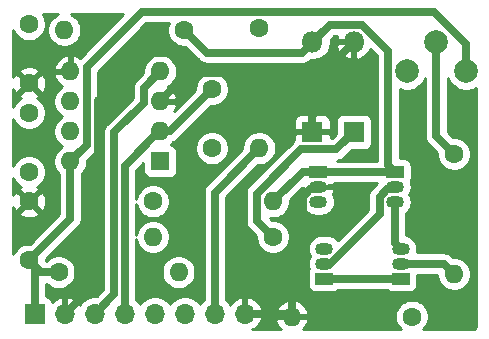
<source format=gbl>
%TF.GenerationSoftware,KiCad,Pcbnew,(5.1.8-0-10_14)*%
%TF.CreationDate,2021-06-26T19:26:30+01:00*%
%TF.ProjectId,serge-gain-cell,73657267-652d-4676-9169-6e2d63656c6c,rev?*%
%TF.SameCoordinates,Original*%
%TF.FileFunction,Copper,L2,Bot*%
%TF.FilePolarity,Positive*%
%FSLAX46Y46*%
G04 Gerber Fmt 4.6, Leading zero omitted, Abs format (unit mm)*
G04 Created by KiCad (PCBNEW (5.1.8-0-10_14)) date 2021-06-26 19:26:30*
%MOMM*%
%LPD*%
G01*
G04 APERTURE LIST*
%TA.AperFunction,ComponentPad*%
%ADD10C,1.600000*%
%TD*%
%TA.AperFunction,ComponentPad*%
%ADD11O,1.600000X1.600000*%
%TD*%
%TA.AperFunction,ComponentPad*%
%ADD12R,1.800000X1.800000*%
%TD*%
%TA.AperFunction,ComponentPad*%
%ADD13O,1.800000X1.800000*%
%TD*%
%TA.AperFunction,ComponentPad*%
%ADD14O,1.700000X1.700000*%
%TD*%
%TA.AperFunction,ComponentPad*%
%ADD15R,1.700000X1.700000*%
%TD*%
%TA.AperFunction,ComponentPad*%
%ADD16O,1.500000X1.050000*%
%TD*%
%TA.AperFunction,ComponentPad*%
%ADD17R,1.500000X1.050000*%
%TD*%
%TA.AperFunction,ComponentPad*%
%ADD18C,2.000000*%
%TD*%
%TA.AperFunction,ComponentPad*%
%ADD19R,1.600000X1.600000*%
%TD*%
%TA.AperFunction,ViaPad*%
%ADD20C,0.762000*%
%TD*%
%TA.AperFunction,Conductor*%
%ADD21C,0.635000*%
%TD*%
%TA.AperFunction,Conductor*%
%ADD22C,0.254000*%
%TD*%
%TA.AperFunction,Conductor*%
%ADD23C,0.100000*%
%TD*%
G04 APERTURE END LIST*
D10*
%TO.P,R7,1*%
%TO.N,Net-(Q2-Pad2)*%
X158410000Y-79750000D03*
D11*
%TO.P,R7,2*%
%TO.N,GNDREF*%
X148250000Y-79750000D03*
%TD*%
D10*
%TO.P,C1,1*%
%TO.N,Net-(C1-Pad1)*%
X141500000Y-65500000D03*
%TO.P,C1,2*%
%TO.N,/In*%
X141500000Y-60500000D03*
%TD*%
%TO.P,C2,2*%
%TO.N,/FB*%
X126000000Y-62500000D03*
%TO.P,C2,1*%
%TO.N,/Out*%
X126000000Y-67500000D03*
%TD*%
%TO.P,C3,1*%
%TO.N,GNDREF*%
X126000000Y-70000000D03*
%TO.P,C3,2*%
%TO.N,+12V*%
X126000000Y-75000000D03*
%TD*%
%TO.P,C4,2*%
%TO.N,GNDREF*%
X126000000Y-60000000D03*
%TO.P,C4,1*%
%TO.N,-12V*%
X126000000Y-55000000D03*
%TD*%
D12*
%TO.P,D1,1*%
%TO.N,Net-(D1-Pad1)*%
X153500000Y-64120000D03*
D13*
%TO.P,D1,2*%
%TO.N,GNDREF*%
X153500000Y-56500000D03*
%TD*%
%TO.P,D2,2*%
%TO.N,Net-(D2-Pad2)*%
X150000000Y-56500000D03*
D12*
%TO.P,D2,1*%
%TO.N,GNDREF*%
X150000000Y-64120000D03*
%TD*%
D14*
%TO.P,J1,8*%
%TO.N,GNDREF*%
X144280000Y-79500000D03*
%TO.P,J1,7*%
%TO.N,/CV*%
X141740000Y-79500000D03*
%TO.P,J1,6*%
%TO.N,/FB*%
X139200000Y-79500000D03*
%TO.P,J1,5*%
%TO.N,/Out*%
X136660000Y-79500000D03*
%TO.P,J1,4*%
%TO.N,/In*%
X134120000Y-79500000D03*
%TO.P,J1,3*%
%TO.N,-12V*%
X131580000Y-79500000D03*
%TO.P,J1,2*%
%TO.N,GNDREF*%
X129040000Y-79500000D03*
D15*
%TO.P,J1,1*%
%TO.N,+12V*%
X126500000Y-79500000D03*
%TD*%
D16*
%TO.P,Q3,2*%
%TO.N,GNDREF*%
X150500000Y-68770000D03*
%TO.P,Q3,3*%
%TO.N,/In*%
X150500000Y-70040000D03*
D17*
%TO.P,Q3,1*%
%TO.N,Net-(D2-Pad2)*%
X150500000Y-67500000D03*
%TD*%
D16*
%TO.P,Q1,2*%
%TO.N,Net-(Q1-Pad2)*%
X151000000Y-75270000D03*
%TO.P,Q1,3*%
%TO.N,/In*%
X151000000Y-74000000D03*
D17*
%TO.P,Q1,1*%
%TO.N,Net-(D1-Pad1)*%
X151000000Y-76540000D03*
%TD*%
D16*
%TO.P,Q4,2*%
%TO.N,Net-(Q1-Pad2)*%
X157000000Y-68770000D03*
%TO.P,Q4,3*%
%TO.N,/FB*%
X157000000Y-70040000D03*
D17*
%TO.P,Q4,1*%
%TO.N,Net-(D2-Pad2)*%
X157000000Y-67500000D03*
%TD*%
D16*
%TO.P,Q2,2*%
%TO.N,Net-(Q2-Pad2)*%
X157500000Y-75270000D03*
%TO.P,Q2,3*%
%TO.N,/FB*%
X157500000Y-74000000D03*
D17*
%TO.P,Q2,1*%
%TO.N,Net-(D1-Pad1)*%
X157500000Y-76540000D03*
%TD*%
D10*
%TO.P,R1,1*%
%TO.N,Net-(D1-Pad1)*%
X146660000Y-73000000D03*
D11*
%TO.P,R1,2*%
%TO.N,Net-(C1-Pad1)*%
X136500000Y-73000000D03*
%TD*%
%TO.P,R2,2*%
%TO.N,Net-(D2-Pad2)*%
X146660000Y-70000000D03*
D10*
%TO.P,R2,1*%
%TO.N,Net-(C1-Pad1)*%
X136500000Y-70000000D03*
%TD*%
%TO.P,R3,1*%
%TO.N,+12V*%
X128500000Y-76000000D03*
D11*
%TO.P,R3,2*%
%TO.N,Net-(D1-Pad1)*%
X138660000Y-76000000D03*
%TD*%
%TO.P,R4,2*%
%TO.N,-12V*%
X129000000Y-55500000D03*
D10*
%TO.P,R4,1*%
%TO.N,Net-(D2-Pad2)*%
X139160000Y-55500000D03*
%TD*%
%TO.P,R5,1*%
%TO.N,Net-(Q1-Pad2)*%
X145500000Y-55340000D03*
D11*
%TO.P,R5,2*%
%TO.N,/CV*%
X145500000Y-65500000D03*
%TD*%
%TO.P,R6,2*%
%TO.N,Net-(Q2-Pad2)*%
X162000000Y-76160000D03*
D10*
%TO.P,R6,1*%
%TO.N,Net-(R6-Pad1)*%
X162000000Y-66000000D03*
%TD*%
D18*
%TO.P,RV1,2*%
%TO.N,Net-(R6-Pad1)*%
X160500000Y-56500000D03*
%TO.P,RV1,1*%
%TO.N,-12V*%
X158000000Y-59000000D03*
%TO.P,RV1,3*%
%TO.N,+12V*%
X163000000Y-59000000D03*
%TD*%
D19*
%TO.P,U1,1*%
%TO.N,Net-(C1-Pad1)*%
X137120000Y-66620000D03*
D11*
%TO.P,U1,5*%
%TO.N,GNDREF*%
X129500000Y-59000000D03*
%TO.P,U1,2*%
%TO.N,/In*%
X137120000Y-64080000D03*
%TO.P,U1,6*%
%TO.N,/FB*%
X129500000Y-61540000D03*
%TO.P,U1,3*%
%TO.N,GNDREF*%
X137120000Y-61540000D03*
%TO.P,U1,7*%
%TO.N,/Out*%
X129500000Y-64080000D03*
%TO.P,U1,4*%
%TO.N,-12V*%
X137120000Y-59000000D03*
%TO.P,U1,8*%
%TO.N,+12V*%
X129500000Y-66620000D03*
%TD*%
D20*
%TO.N,GNDREF*%
X131824001Y-61500000D03*
%TD*%
D21*
%TO.N,/In*%
X137031298Y-64080000D02*
X137120000Y-64080000D01*
X134120000Y-66991298D02*
X137031298Y-64080000D01*
X134120000Y-79500000D02*
X134120000Y-66991298D01*
X137920000Y-64080000D02*
X141500000Y-60500000D01*
X137120000Y-64080000D02*
X137920000Y-64080000D01*
%TO.N,/FB*%
X157000000Y-73500000D02*
X157500000Y-74000000D01*
X157000000Y-70040000D02*
X157000000Y-73500000D01*
%TO.N,GNDREF*%
X131824001Y-76715999D02*
X131824001Y-61500000D01*
X129040000Y-79500000D02*
X131824001Y-76715999D01*
X139531501Y-59128499D02*
X150871501Y-59128499D01*
X137120000Y-61540000D02*
X139531501Y-59128499D01*
X150000000Y-60000000D02*
X153000000Y-57000000D01*
X153000000Y-57000000D02*
X153500000Y-56500000D01*
X150000000Y-64120000D02*
X150000000Y-60000000D01*
X150871501Y-59128499D02*
X153000000Y-57000000D01*
X148000000Y-79500000D02*
X148250000Y-79750000D01*
X144280000Y-79500000D02*
X148000000Y-79500000D01*
X150326510Y-68943490D02*
X150500000Y-68770000D01*
X148250000Y-74974301D02*
X149178490Y-74045811D01*
X149178490Y-69585811D02*
X149820811Y-68943490D01*
X148250000Y-79750000D02*
X148250000Y-74974301D01*
X149178490Y-74045811D02*
X149178490Y-69585811D01*
X149820811Y-68943490D02*
X150326510Y-68943490D01*
%TO.N,+12V*%
X126500000Y-75500000D02*
X126000000Y-75000000D01*
X126500000Y-79500000D02*
X126500000Y-75500000D01*
X129500000Y-71500000D02*
X129500000Y-66620000D01*
X126000000Y-75000000D02*
X129500000Y-71500000D01*
X127000000Y-76000000D02*
X126000000Y-75000000D01*
X128500000Y-76000000D02*
X127000000Y-76000000D01*
X135531501Y-53968499D02*
X160294321Y-53968499D01*
X163000000Y-56674178D02*
X163000000Y-59000000D01*
X130871501Y-65248499D02*
X130871501Y-58628499D01*
X160294321Y-53968499D02*
X163000000Y-56674178D01*
X130871501Y-58628499D02*
X135531501Y-53968499D01*
X129500000Y-66620000D02*
X130871501Y-65248499D01*
%TO.N,-12V*%
X135748499Y-60371501D02*
X137120000Y-59000000D01*
X135748499Y-61628749D02*
X135748499Y-60371501D01*
X133230990Y-64146258D02*
X135748499Y-61628749D01*
X133230990Y-77849010D02*
X133230990Y-64146258D01*
X131580000Y-79500000D02*
X133230990Y-77849010D01*
%TO.N,Net-(D1-Pad1)*%
X157500000Y-76540000D02*
X151000000Y-76540000D01*
X145288499Y-69341679D02*
X145288499Y-71628499D01*
X149038677Y-65591501D02*
X145288499Y-69341679D01*
X152028499Y-65591501D02*
X149038677Y-65591501D01*
X145288499Y-71628499D02*
X146660000Y-73000000D01*
X153500000Y-64120000D02*
X152028499Y-65591501D01*
%TO.N,Net-(D2-Pad2)*%
X149160000Y-67500000D02*
X150500000Y-67500000D01*
X146660000Y-70000000D02*
X149160000Y-67500000D01*
X156428499Y-57250677D02*
X156428499Y-66928499D01*
X154206321Y-55028499D02*
X156428499Y-57250677D01*
X156428499Y-66928499D02*
X157000000Y-67500000D01*
X151471501Y-55028499D02*
X154206321Y-55028499D01*
X150000000Y-56500000D02*
X151471501Y-55028499D01*
X149100001Y-57399999D02*
X150000000Y-56500000D01*
X141059999Y-57399999D02*
X149100001Y-57399999D01*
X139160000Y-55500000D02*
X141059999Y-57399999D01*
X150500000Y-67500000D02*
X157000000Y-67500000D01*
%TO.N,/CV*%
X141740000Y-69260000D02*
X141740000Y-79500000D01*
X145500000Y-65500000D02*
X141740000Y-69260000D01*
%TO.N,Net-(Q2-Pad2)*%
X161110000Y-75270000D02*
X162000000Y-76160000D01*
X157500000Y-75270000D02*
X161110000Y-75270000D01*
%TO.N,Net-(R6-Pad1)*%
X160500000Y-64500000D02*
X162000000Y-66000000D01*
X160500000Y-56500000D02*
X160500000Y-64500000D01*
%TO.N,Net-(Q1-Pad2)*%
X155678490Y-69585811D02*
X156320811Y-68943490D01*
X155678490Y-71097209D02*
X155678490Y-69585811D01*
X156320811Y-68943490D02*
X156826510Y-68943490D01*
X151505699Y-75270000D02*
X155678490Y-71097209D01*
X156826510Y-68943490D02*
X157000000Y-68770000D01*
X151000000Y-75270000D02*
X151505699Y-75270000D01*
%TD*%
D22*
%TO.N,GNDREF*%
X137780147Y-55081426D02*
X137725000Y-55358665D01*
X137725000Y-55641335D01*
X137780147Y-55918574D01*
X137888320Y-56179727D01*
X138045363Y-56414759D01*
X138245241Y-56614637D01*
X138480273Y-56771680D01*
X138741426Y-56879853D01*
X139018665Y-56935000D01*
X139247962Y-56935000D01*
X140353392Y-58040430D01*
X140383221Y-58076777D01*
X140528258Y-58195805D01*
X140693730Y-58284251D01*
X140822203Y-58323223D01*
X140873276Y-58338716D01*
X141059998Y-58357107D01*
X141106783Y-58352499D01*
X149053216Y-58352499D01*
X149100001Y-58357107D01*
X149146786Y-58352499D01*
X149286724Y-58338716D01*
X149466270Y-58284251D01*
X149631742Y-58195805D01*
X149776779Y-58076777D01*
X149806608Y-58040430D01*
X149818140Y-58028898D01*
X149848816Y-58035000D01*
X150151184Y-58035000D01*
X150447743Y-57976011D01*
X150727095Y-57860299D01*
X150978505Y-57692312D01*
X151192312Y-57478505D01*
X151360299Y-57227095D01*
X151476011Y-56947743D01*
X151492521Y-56864741D01*
X152008959Y-56864741D01*
X152108766Y-57148620D01*
X152262038Y-57407573D01*
X152462884Y-57631649D01*
X152703586Y-57812236D01*
X152974893Y-57942394D01*
X153135260Y-57991036D01*
X153373000Y-57870378D01*
X153373000Y-56627000D01*
X152129008Y-56627000D01*
X152008959Y-56864741D01*
X151492521Y-56864741D01*
X151535000Y-56651184D01*
X151535000Y-56348816D01*
X151528898Y-56318140D01*
X151866039Y-55980999D01*
X152063194Y-55980999D01*
X152008959Y-56135259D01*
X152129008Y-56373000D01*
X153373000Y-56373000D01*
X153373000Y-56353000D01*
X153627000Y-56353000D01*
X153627000Y-56373000D01*
X153647000Y-56373000D01*
X153647000Y-56627000D01*
X153627000Y-56627000D01*
X153627000Y-57870378D01*
X153864740Y-57991036D01*
X154025107Y-57942394D01*
X154296414Y-57812236D01*
X154537116Y-57631649D01*
X154737962Y-57407573D01*
X154891234Y-57148620D01*
X154914169Y-57083386D01*
X155475999Y-57645216D01*
X155476000Y-66547500D01*
X152039759Y-66547500D01*
X152075284Y-66544001D01*
X152215222Y-66530218D01*
X152394768Y-66475753D01*
X152560240Y-66387307D01*
X152705277Y-66268279D01*
X152735106Y-66231932D01*
X153308966Y-65658072D01*
X154400000Y-65658072D01*
X154524482Y-65645812D01*
X154644180Y-65609502D01*
X154754494Y-65550537D01*
X154851185Y-65471185D01*
X154930537Y-65374494D01*
X154989502Y-65264180D01*
X155025812Y-65144482D01*
X155038072Y-65020000D01*
X155038072Y-63220000D01*
X155025812Y-63095518D01*
X154989502Y-62975820D01*
X154930537Y-62865506D01*
X154851185Y-62768815D01*
X154754494Y-62689463D01*
X154644180Y-62630498D01*
X154524482Y-62594188D01*
X154400000Y-62581928D01*
X152600000Y-62581928D01*
X152475518Y-62594188D01*
X152355820Y-62630498D01*
X152245506Y-62689463D01*
X152148815Y-62768815D01*
X152069463Y-62865506D01*
X152010498Y-62975820D01*
X151974188Y-63095518D01*
X151961928Y-63220000D01*
X151961928Y-64311034D01*
X151633961Y-64639001D01*
X151536167Y-64639001D01*
X151535000Y-64405750D01*
X151376250Y-64247000D01*
X150127000Y-64247000D01*
X150127000Y-64267000D01*
X149873000Y-64267000D01*
X149873000Y-64247000D01*
X148623750Y-64247000D01*
X148465000Y-64405750D01*
X148462869Y-64831860D01*
X148361899Y-64914723D01*
X148332070Y-64951070D01*
X144648068Y-68635072D01*
X144611721Y-68664901D01*
X144492693Y-68809938D01*
X144404247Y-68975411D01*
X144366064Y-69101283D01*
X144349782Y-69154957D01*
X144331391Y-69341679D01*
X144335999Y-69388464D01*
X144336000Y-71581705D01*
X144331391Y-71628499D01*
X144349782Y-71815221D01*
X144404248Y-71994768D01*
X144482110Y-72140438D01*
X144492694Y-72160240D01*
X144611722Y-72305277D01*
X144648064Y-72335102D01*
X145225000Y-72912038D01*
X145225000Y-73141335D01*
X145280147Y-73418574D01*
X145388320Y-73679727D01*
X145545363Y-73914759D01*
X145745241Y-74114637D01*
X145980273Y-74271680D01*
X146241426Y-74379853D01*
X146518665Y-74435000D01*
X146801335Y-74435000D01*
X147078574Y-74379853D01*
X147339727Y-74271680D01*
X147574759Y-74114637D01*
X147774637Y-73914759D01*
X147931680Y-73679727D01*
X148039853Y-73418574D01*
X148095000Y-73141335D01*
X148095000Y-72858665D01*
X148039853Y-72581426D01*
X147931680Y-72320273D01*
X147774637Y-72085241D01*
X147574759Y-71885363D01*
X147339727Y-71728320D01*
X147078574Y-71620147D01*
X146801335Y-71565000D01*
X146572038Y-71565000D01*
X146423011Y-71415973D01*
X146518665Y-71435000D01*
X146801335Y-71435000D01*
X147078574Y-71379853D01*
X147339727Y-71271680D01*
X147574759Y-71114637D01*
X147774637Y-70914759D01*
X147931680Y-70679727D01*
X148039853Y-70418574D01*
X148095000Y-70141335D01*
X148095000Y-69912038D01*
X149115000Y-68892039D01*
X149115000Y-68897002D01*
X149281836Y-68897002D01*
X149156036Y-69075810D01*
X149164728Y-69137337D01*
X149257725Y-69346882D01*
X149298929Y-69405331D01*
X149198115Y-69593940D01*
X149131785Y-69812600D01*
X149109388Y-70040000D01*
X149131785Y-70267400D01*
X149198115Y-70486060D01*
X149305829Y-70687579D01*
X149450788Y-70864212D01*
X149627421Y-71009171D01*
X149828940Y-71116885D01*
X150047600Y-71183215D01*
X150218021Y-71200000D01*
X150781979Y-71200000D01*
X150952400Y-71183215D01*
X151171060Y-71116885D01*
X151372579Y-71009171D01*
X151549212Y-70864212D01*
X151694171Y-70687579D01*
X151801885Y-70486060D01*
X151868215Y-70267400D01*
X151890612Y-70040000D01*
X151868215Y-69812600D01*
X151801885Y-69593940D01*
X151701071Y-69405331D01*
X151742275Y-69346882D01*
X151835272Y-69137337D01*
X151843964Y-69075810D01*
X151718163Y-68897000D01*
X150953109Y-68897000D01*
X150952400Y-68896785D01*
X150781979Y-68880000D01*
X150353000Y-68880000D01*
X150353000Y-68663072D01*
X151250000Y-68663072D01*
X151374482Y-68650812D01*
X151400235Y-68643000D01*
X151718163Y-68643000D01*
X151843964Y-68464190D01*
X151842313Y-68452500D01*
X155464762Y-68452500D01*
X155038054Y-68879209D01*
X155001713Y-68909033D01*
X154971889Y-68945374D01*
X154882684Y-69054071D01*
X154794239Y-69219542D01*
X154739773Y-69399089D01*
X154721382Y-69585811D01*
X154725991Y-69632605D01*
X154725990Y-70702671D01*
X152141013Y-73287648D01*
X152049212Y-73175788D01*
X151872579Y-73030829D01*
X151671060Y-72923115D01*
X151452400Y-72856785D01*
X151281979Y-72840000D01*
X150718021Y-72840000D01*
X150547600Y-72856785D01*
X150328940Y-72923115D01*
X150127421Y-73030829D01*
X149950788Y-73175788D01*
X149805829Y-73352421D01*
X149698115Y-73553940D01*
X149631785Y-73772600D01*
X149609388Y-74000000D01*
X149631785Y-74227400D01*
X149698115Y-74446060D01*
X149799105Y-74635000D01*
X149698115Y-74823940D01*
X149631785Y-75042600D01*
X149609388Y-75270000D01*
X149631785Y-75497400D01*
X149695093Y-75706098D01*
X149660498Y-75770820D01*
X149624188Y-75890518D01*
X149611928Y-76015000D01*
X149611928Y-77065000D01*
X149624188Y-77189482D01*
X149660498Y-77309180D01*
X149719463Y-77419494D01*
X149798815Y-77516185D01*
X149895506Y-77595537D01*
X150005820Y-77654502D01*
X150125518Y-77690812D01*
X150250000Y-77703072D01*
X151750000Y-77703072D01*
X151874482Y-77690812D01*
X151994180Y-77654502D01*
X152104494Y-77595537D01*
X152201185Y-77516185D01*
X152220623Y-77492500D01*
X156279377Y-77492500D01*
X156298815Y-77516185D01*
X156395506Y-77595537D01*
X156505820Y-77654502D01*
X156625518Y-77690812D01*
X156750000Y-77703072D01*
X158250000Y-77703072D01*
X158374482Y-77690812D01*
X158494180Y-77654502D01*
X158604494Y-77595537D01*
X158701185Y-77516185D01*
X158780537Y-77419494D01*
X158839502Y-77309180D01*
X158875812Y-77189482D01*
X158888072Y-77065000D01*
X158888072Y-76222500D01*
X160565000Y-76222500D01*
X160565000Y-76301335D01*
X160620147Y-76578574D01*
X160728320Y-76839727D01*
X160885363Y-77074759D01*
X161085241Y-77274637D01*
X161320273Y-77431680D01*
X161581426Y-77539853D01*
X161858665Y-77595000D01*
X162141335Y-77595000D01*
X162418574Y-77539853D01*
X162679727Y-77431680D01*
X162914759Y-77274637D01*
X163114637Y-77074759D01*
X163271680Y-76839727D01*
X163379853Y-76578574D01*
X163435000Y-76301335D01*
X163435000Y-76018665D01*
X163379853Y-75741426D01*
X163271680Y-75480273D01*
X163114637Y-75245241D01*
X162914759Y-75045363D01*
X162679727Y-74888320D01*
X162418574Y-74780147D01*
X162141335Y-74725000D01*
X161912038Y-74725000D01*
X161816607Y-74629569D01*
X161786778Y-74593222D01*
X161641741Y-74474194D01*
X161476269Y-74385748D01*
X161296723Y-74331283D01*
X161156785Y-74317500D01*
X161110000Y-74312892D01*
X161063215Y-74317500D01*
X158840883Y-74317500D01*
X158868215Y-74227400D01*
X158890612Y-74000000D01*
X158868215Y-73772600D01*
X158801885Y-73553940D01*
X158694171Y-73352421D01*
X158549212Y-73175788D01*
X158372579Y-73030829D01*
X158171060Y-72923115D01*
X157952500Y-72856815D01*
X157952500Y-70943582D01*
X158049212Y-70864212D01*
X158194171Y-70687579D01*
X158301885Y-70486060D01*
X158368215Y-70267400D01*
X158390612Y-70040000D01*
X158368215Y-69812600D01*
X158301885Y-69593940D01*
X158200895Y-69405000D01*
X158301885Y-69216060D01*
X158368215Y-68997400D01*
X158390612Y-68770000D01*
X158368215Y-68542600D01*
X158304907Y-68333902D01*
X158339502Y-68269180D01*
X158375812Y-68149482D01*
X158388072Y-68025000D01*
X158388072Y-66975000D01*
X158375812Y-66850518D01*
X158339502Y-66730820D01*
X158280537Y-66620506D01*
X158201185Y-66523815D01*
X158104494Y-66444463D01*
X157994180Y-66385498D01*
X157874482Y-66349188D01*
X157750000Y-66336928D01*
X157380999Y-66336928D01*
X157380999Y-60513313D01*
X157523088Y-60572168D01*
X157838967Y-60635000D01*
X158161033Y-60635000D01*
X158476912Y-60572168D01*
X158774463Y-60448918D01*
X159042252Y-60269987D01*
X159269987Y-60042252D01*
X159448918Y-59774463D01*
X159547500Y-59536466D01*
X159547501Y-64453205D01*
X159542892Y-64500000D01*
X159561283Y-64686722D01*
X159615749Y-64866269D01*
X159704194Y-65031740D01*
X159744970Y-65081426D01*
X159823223Y-65176778D01*
X159859565Y-65206603D01*
X160565000Y-65912038D01*
X160565000Y-66141335D01*
X160620147Y-66418574D01*
X160728320Y-66679727D01*
X160885363Y-66914759D01*
X161085241Y-67114637D01*
X161320273Y-67271680D01*
X161581426Y-67379853D01*
X161858665Y-67435000D01*
X162141335Y-67435000D01*
X162418574Y-67379853D01*
X162679727Y-67271680D01*
X162914759Y-67114637D01*
X163114637Y-66914759D01*
X163271680Y-66679727D01*
X163379853Y-66418574D01*
X163435000Y-66141335D01*
X163435000Y-65858665D01*
X163379853Y-65581426D01*
X163271680Y-65320273D01*
X163114637Y-65085241D01*
X162914759Y-64885363D01*
X162679727Y-64728320D01*
X162418574Y-64620147D01*
X162141335Y-64565000D01*
X161912038Y-64565000D01*
X161452500Y-64105462D01*
X161452500Y-59536466D01*
X161551082Y-59774463D01*
X161730013Y-60042252D01*
X161957748Y-60269987D01*
X162225537Y-60448918D01*
X162523088Y-60572168D01*
X162838967Y-60635000D01*
X163161033Y-60635000D01*
X163476912Y-60572168D01*
X163774463Y-60448918D01*
X163840000Y-60405127D01*
X163840001Y-80467711D01*
X163830420Y-80565424D01*
X163811420Y-80628357D01*
X163780554Y-80686406D01*
X163739011Y-80737343D01*
X163688356Y-80779248D01*
X163630529Y-80810515D01*
X163567728Y-80829956D01*
X163472165Y-80840000D01*
X159349396Y-80840000D01*
X159524637Y-80664759D01*
X159681680Y-80429727D01*
X159789853Y-80168574D01*
X159845000Y-79891335D01*
X159845000Y-79608665D01*
X159789853Y-79331426D01*
X159681680Y-79070273D01*
X159524637Y-78835241D01*
X159324759Y-78635363D01*
X159089727Y-78478320D01*
X158828574Y-78370147D01*
X158551335Y-78315000D01*
X158268665Y-78315000D01*
X157991426Y-78370147D01*
X157730273Y-78478320D01*
X157495241Y-78635363D01*
X157295363Y-78835241D01*
X157138320Y-79070273D01*
X157030147Y-79331426D01*
X156975000Y-79608665D01*
X156975000Y-79891335D01*
X157030147Y-80168574D01*
X157138320Y-80429727D01*
X157295363Y-80664759D01*
X157470604Y-80840000D01*
X149173926Y-80840000D01*
X149313519Y-80713414D01*
X149481037Y-80487420D01*
X149601246Y-80233087D01*
X149641904Y-80099039D01*
X149519915Y-79877000D01*
X148377000Y-79877000D01*
X148377000Y-79897000D01*
X148123000Y-79897000D01*
X148123000Y-79877000D01*
X146980085Y-79877000D01*
X146858096Y-80099039D01*
X146898754Y-80233087D01*
X147018963Y-80487420D01*
X147186481Y-80713414D01*
X147326074Y-80840000D01*
X144903402Y-80840000D01*
X145046920Y-80771641D01*
X145280269Y-80597588D01*
X145475178Y-80381355D01*
X145624157Y-80131252D01*
X145721481Y-79856891D01*
X145600814Y-79627000D01*
X144407000Y-79627000D01*
X144407000Y-79647000D01*
X144153000Y-79647000D01*
X144153000Y-79627000D01*
X144133000Y-79627000D01*
X144133000Y-79400961D01*
X146858096Y-79400961D01*
X146980085Y-79623000D01*
X148123000Y-79623000D01*
X148123000Y-78479376D01*
X148377000Y-78479376D01*
X148377000Y-79623000D01*
X149519915Y-79623000D01*
X149641904Y-79400961D01*
X149601246Y-79266913D01*
X149481037Y-79012580D01*
X149313519Y-78786586D01*
X149105131Y-78597615D01*
X148863881Y-78452930D01*
X148599040Y-78358091D01*
X148377000Y-78479376D01*
X148123000Y-78479376D01*
X147900960Y-78358091D01*
X147636119Y-78452930D01*
X147394869Y-78597615D01*
X147186481Y-78786586D01*
X147018963Y-79012580D01*
X146898754Y-79266913D01*
X146858096Y-79400961D01*
X144133000Y-79400961D01*
X144133000Y-79373000D01*
X144153000Y-79373000D01*
X144153000Y-78179845D01*
X144407000Y-78179845D01*
X144407000Y-79373000D01*
X145600814Y-79373000D01*
X145721481Y-79143109D01*
X145624157Y-78868748D01*
X145475178Y-78618645D01*
X145280269Y-78402412D01*
X145046920Y-78228359D01*
X144784099Y-78103175D01*
X144636890Y-78058524D01*
X144407000Y-78179845D01*
X144153000Y-78179845D01*
X143923110Y-78058524D01*
X143775901Y-78103175D01*
X143513080Y-78228359D01*
X143279731Y-78402412D01*
X143084822Y-78618645D01*
X143015195Y-78735534D01*
X142893475Y-78553368D01*
X142692500Y-78352393D01*
X142692500Y-69654538D01*
X145412039Y-66935000D01*
X145641335Y-66935000D01*
X145918574Y-66879853D01*
X146179727Y-66771680D01*
X146414759Y-66614637D01*
X146614637Y-66414759D01*
X146771680Y-66179727D01*
X146879853Y-65918574D01*
X146935000Y-65641335D01*
X146935000Y-65358665D01*
X146879853Y-65081426D01*
X146771680Y-64820273D01*
X146614637Y-64585241D01*
X146414759Y-64385363D01*
X146179727Y-64228320D01*
X145918574Y-64120147D01*
X145641335Y-64065000D01*
X145358665Y-64065000D01*
X145081426Y-64120147D01*
X144820273Y-64228320D01*
X144585241Y-64385363D01*
X144385363Y-64585241D01*
X144228320Y-64820273D01*
X144120147Y-65081426D01*
X144065000Y-65358665D01*
X144065000Y-65587961D01*
X141099569Y-68553393D01*
X141063222Y-68583222D01*
X140944194Y-68728259D01*
X140855748Y-68893732D01*
X140821298Y-69007298D01*
X140801283Y-69073278D01*
X140782892Y-69260000D01*
X140787500Y-69306785D01*
X140787501Y-78352392D01*
X140586525Y-78553368D01*
X140470000Y-78727760D01*
X140353475Y-78553368D01*
X140146632Y-78346525D01*
X139903411Y-78184010D01*
X139633158Y-78072068D01*
X139346260Y-78015000D01*
X139053740Y-78015000D01*
X138766842Y-78072068D01*
X138496589Y-78184010D01*
X138253368Y-78346525D01*
X138046525Y-78553368D01*
X137930000Y-78727760D01*
X137813475Y-78553368D01*
X137606632Y-78346525D01*
X137363411Y-78184010D01*
X137093158Y-78072068D01*
X136806260Y-78015000D01*
X136513740Y-78015000D01*
X136226842Y-78072068D01*
X135956589Y-78184010D01*
X135713368Y-78346525D01*
X135506525Y-78553368D01*
X135390000Y-78727760D01*
X135273475Y-78553368D01*
X135072500Y-78352393D01*
X135072500Y-75858665D01*
X137225000Y-75858665D01*
X137225000Y-76141335D01*
X137280147Y-76418574D01*
X137388320Y-76679727D01*
X137545363Y-76914759D01*
X137745241Y-77114637D01*
X137980273Y-77271680D01*
X138241426Y-77379853D01*
X138518665Y-77435000D01*
X138801335Y-77435000D01*
X139078574Y-77379853D01*
X139339727Y-77271680D01*
X139574759Y-77114637D01*
X139774637Y-76914759D01*
X139931680Y-76679727D01*
X140039853Y-76418574D01*
X140095000Y-76141335D01*
X140095000Y-75858665D01*
X140039853Y-75581426D01*
X139931680Y-75320273D01*
X139774637Y-75085241D01*
X139574759Y-74885363D01*
X139339727Y-74728320D01*
X139078574Y-74620147D01*
X138801335Y-74565000D01*
X138518665Y-74565000D01*
X138241426Y-74620147D01*
X137980273Y-74728320D01*
X137745241Y-74885363D01*
X137545363Y-75085241D01*
X137388320Y-75320273D01*
X137280147Y-75581426D01*
X137225000Y-75858665D01*
X135072500Y-75858665D01*
X135072500Y-73179040D01*
X135120147Y-73418574D01*
X135228320Y-73679727D01*
X135385363Y-73914759D01*
X135585241Y-74114637D01*
X135820273Y-74271680D01*
X136081426Y-74379853D01*
X136358665Y-74435000D01*
X136641335Y-74435000D01*
X136918574Y-74379853D01*
X137179727Y-74271680D01*
X137414759Y-74114637D01*
X137614637Y-73914759D01*
X137771680Y-73679727D01*
X137879853Y-73418574D01*
X137935000Y-73141335D01*
X137935000Y-72858665D01*
X137879853Y-72581426D01*
X137771680Y-72320273D01*
X137614637Y-72085241D01*
X137414759Y-71885363D01*
X137179727Y-71728320D01*
X136918574Y-71620147D01*
X136641335Y-71565000D01*
X136358665Y-71565000D01*
X136081426Y-71620147D01*
X135820273Y-71728320D01*
X135585241Y-71885363D01*
X135385363Y-72085241D01*
X135228320Y-72320273D01*
X135120147Y-72581426D01*
X135072500Y-72820960D01*
X135072500Y-70179040D01*
X135120147Y-70418574D01*
X135228320Y-70679727D01*
X135385363Y-70914759D01*
X135585241Y-71114637D01*
X135820273Y-71271680D01*
X136081426Y-71379853D01*
X136358665Y-71435000D01*
X136641335Y-71435000D01*
X136918574Y-71379853D01*
X137179727Y-71271680D01*
X137414759Y-71114637D01*
X137614637Y-70914759D01*
X137771680Y-70679727D01*
X137879853Y-70418574D01*
X137935000Y-70141335D01*
X137935000Y-69858665D01*
X137879853Y-69581426D01*
X137771680Y-69320273D01*
X137614637Y-69085241D01*
X137414759Y-68885363D01*
X137179727Y-68728320D01*
X136918574Y-68620147D01*
X136641335Y-68565000D01*
X136358665Y-68565000D01*
X136081426Y-68620147D01*
X135820273Y-68728320D01*
X135585241Y-68885363D01*
X135385363Y-69085241D01*
X135228320Y-69320273D01*
X135120147Y-69581426D01*
X135072500Y-69820960D01*
X135072500Y-67385836D01*
X135681928Y-66776408D01*
X135681928Y-67420000D01*
X135694188Y-67544482D01*
X135730498Y-67664180D01*
X135789463Y-67774494D01*
X135868815Y-67871185D01*
X135965506Y-67950537D01*
X136075820Y-68009502D01*
X136195518Y-68045812D01*
X136320000Y-68058072D01*
X137920000Y-68058072D01*
X138044482Y-68045812D01*
X138164180Y-68009502D01*
X138274494Y-67950537D01*
X138371185Y-67871185D01*
X138450537Y-67774494D01*
X138509502Y-67664180D01*
X138545812Y-67544482D01*
X138558072Y-67420000D01*
X138558072Y-65820000D01*
X138545812Y-65695518D01*
X138509502Y-65575820D01*
X138450537Y-65465506D01*
X138371185Y-65368815D01*
X138358818Y-65358665D01*
X140065000Y-65358665D01*
X140065000Y-65641335D01*
X140120147Y-65918574D01*
X140228320Y-66179727D01*
X140385363Y-66414759D01*
X140585241Y-66614637D01*
X140820273Y-66771680D01*
X141081426Y-66879853D01*
X141358665Y-66935000D01*
X141641335Y-66935000D01*
X141918574Y-66879853D01*
X142179727Y-66771680D01*
X142414759Y-66614637D01*
X142614637Y-66414759D01*
X142771680Y-66179727D01*
X142879853Y-65918574D01*
X142935000Y-65641335D01*
X142935000Y-65358665D01*
X142879853Y-65081426D01*
X142771680Y-64820273D01*
X142614637Y-64585241D01*
X142414759Y-64385363D01*
X142179727Y-64228320D01*
X141918574Y-64120147D01*
X141641335Y-64065000D01*
X141358665Y-64065000D01*
X141081426Y-64120147D01*
X140820273Y-64228320D01*
X140585241Y-64385363D01*
X140385363Y-64585241D01*
X140228320Y-64820273D01*
X140120147Y-65081426D01*
X140065000Y-65358665D01*
X138358818Y-65358665D01*
X138274494Y-65289463D01*
X138164180Y-65230498D01*
X138044482Y-65194188D01*
X138036039Y-65193357D01*
X138234637Y-64994759D01*
X138247077Y-64976141D01*
X138286269Y-64964252D01*
X138451741Y-64875806D01*
X138596778Y-64756778D01*
X138626607Y-64720431D01*
X140127038Y-63220000D01*
X148461928Y-63220000D01*
X148465000Y-63834250D01*
X148623750Y-63993000D01*
X149873000Y-63993000D01*
X149873000Y-62743750D01*
X150127000Y-62743750D01*
X150127000Y-63993000D01*
X151376250Y-63993000D01*
X151535000Y-63834250D01*
X151538072Y-63220000D01*
X151525812Y-63095518D01*
X151489502Y-62975820D01*
X151430537Y-62865506D01*
X151351185Y-62768815D01*
X151254494Y-62689463D01*
X151144180Y-62630498D01*
X151024482Y-62594188D01*
X150900000Y-62581928D01*
X150285750Y-62585000D01*
X150127000Y-62743750D01*
X149873000Y-62743750D01*
X149714250Y-62585000D01*
X149100000Y-62581928D01*
X148975518Y-62594188D01*
X148855820Y-62630498D01*
X148745506Y-62689463D01*
X148648815Y-62768815D01*
X148569463Y-62865506D01*
X148510498Y-62975820D01*
X148474188Y-63095518D01*
X148461928Y-63220000D01*
X140127038Y-63220000D01*
X141412038Y-61935000D01*
X141641335Y-61935000D01*
X141918574Y-61879853D01*
X142179727Y-61771680D01*
X142414759Y-61614637D01*
X142614637Y-61414759D01*
X142771680Y-61179727D01*
X142879853Y-60918574D01*
X142935000Y-60641335D01*
X142935000Y-60358665D01*
X142879853Y-60081426D01*
X142771680Y-59820273D01*
X142614637Y-59585241D01*
X142414759Y-59385363D01*
X142179727Y-59228320D01*
X141918574Y-59120147D01*
X141641335Y-59065000D01*
X141358665Y-59065000D01*
X141081426Y-59120147D01*
X140820273Y-59228320D01*
X140585241Y-59385363D01*
X140385363Y-59585241D01*
X140228320Y-59820273D01*
X140120147Y-60081426D01*
X140065000Y-60358665D01*
X140065000Y-60587962D01*
X138280837Y-62372125D01*
X138351037Y-62277420D01*
X138471246Y-62023087D01*
X138511904Y-61889039D01*
X138389915Y-61667000D01*
X137247000Y-61667000D01*
X137247000Y-61687000D01*
X136993000Y-61687000D01*
X136993000Y-61667000D01*
X136973000Y-61667000D01*
X136973000Y-61413000D01*
X136993000Y-61413000D01*
X136993000Y-61393000D01*
X137247000Y-61393000D01*
X137247000Y-61413000D01*
X138389915Y-61413000D01*
X138511904Y-61190961D01*
X138471246Y-61056913D01*
X138351037Y-60802580D01*
X138183519Y-60576586D01*
X137975131Y-60387615D01*
X137789135Y-60276067D01*
X137799727Y-60271680D01*
X138034759Y-60114637D01*
X138234637Y-59914759D01*
X138391680Y-59679727D01*
X138499853Y-59418574D01*
X138555000Y-59141335D01*
X138555000Y-58858665D01*
X138499853Y-58581426D01*
X138391680Y-58320273D01*
X138234637Y-58085241D01*
X138034759Y-57885363D01*
X137799727Y-57728320D01*
X137538574Y-57620147D01*
X137261335Y-57565000D01*
X136978665Y-57565000D01*
X136701426Y-57620147D01*
X136440273Y-57728320D01*
X136205241Y-57885363D01*
X136005363Y-58085241D01*
X135848320Y-58320273D01*
X135740147Y-58581426D01*
X135685000Y-58858665D01*
X135685000Y-59087962D01*
X135108064Y-59664898D01*
X135071722Y-59694723D01*
X135041898Y-59731064D01*
X134952693Y-59839761D01*
X134864248Y-60005232D01*
X134809782Y-60184779D01*
X134791391Y-60371501D01*
X134796000Y-60418295D01*
X134795999Y-61234211D01*
X132590555Y-63439655D01*
X132554213Y-63469480D01*
X132524389Y-63505821D01*
X132435184Y-63614518D01*
X132346739Y-63779989D01*
X132292273Y-63959536D01*
X132273882Y-64146258D01*
X132278491Y-64193053D01*
X132278490Y-77454472D01*
X131717962Y-78015000D01*
X131433740Y-78015000D01*
X131146842Y-78072068D01*
X130876589Y-78184010D01*
X130633368Y-78346525D01*
X130426525Y-78553368D01*
X130304805Y-78735534D01*
X130235178Y-78618645D01*
X130040269Y-78402412D01*
X129806920Y-78228359D01*
X129544099Y-78103175D01*
X129396890Y-78058524D01*
X129167000Y-78179845D01*
X129167000Y-79373000D01*
X129187000Y-79373000D01*
X129187000Y-79627000D01*
X129167000Y-79627000D01*
X129167000Y-79647000D01*
X128913000Y-79647000D01*
X128913000Y-79627000D01*
X128893000Y-79627000D01*
X128893000Y-79373000D01*
X128913000Y-79373000D01*
X128913000Y-78179845D01*
X128683110Y-78058524D01*
X128535901Y-78103175D01*
X128273080Y-78228359D01*
X128039731Y-78402412D01*
X127963966Y-78486466D01*
X127939502Y-78405820D01*
X127880537Y-78295506D01*
X127801185Y-78198815D01*
X127704494Y-78119463D01*
X127594180Y-78060498D01*
X127474482Y-78024188D01*
X127452500Y-78022023D01*
X127452500Y-76981896D01*
X127585241Y-77114637D01*
X127820273Y-77271680D01*
X128081426Y-77379853D01*
X128358665Y-77435000D01*
X128641335Y-77435000D01*
X128918574Y-77379853D01*
X129179727Y-77271680D01*
X129414759Y-77114637D01*
X129614637Y-76914759D01*
X129771680Y-76679727D01*
X129879853Y-76418574D01*
X129935000Y-76141335D01*
X129935000Y-75858665D01*
X129879853Y-75581426D01*
X129771680Y-75320273D01*
X129614637Y-75085241D01*
X129414759Y-74885363D01*
X129179727Y-74728320D01*
X128918574Y-74620147D01*
X128641335Y-74565000D01*
X128358665Y-74565000D01*
X128081426Y-74620147D01*
X127820273Y-74728320D01*
X127585241Y-74885363D01*
X127435000Y-75035604D01*
X127435000Y-74912038D01*
X130140431Y-72206607D01*
X130176778Y-72176778D01*
X130295806Y-72031741D01*
X130384252Y-71866269D01*
X130438717Y-71686723D01*
X130452500Y-71546785D01*
X130452500Y-71546784D01*
X130457108Y-71500001D01*
X130452500Y-71453216D01*
X130452500Y-67696896D01*
X130614637Y-67534759D01*
X130771680Y-67299727D01*
X130879853Y-67038574D01*
X130935000Y-66761335D01*
X130935000Y-66532038D01*
X131511932Y-65955106D01*
X131548279Y-65925277D01*
X131667307Y-65780240D01*
X131755753Y-65614768D01*
X131810218Y-65435222D01*
X131824001Y-65295284D01*
X131824001Y-65295283D01*
X131828609Y-65248500D01*
X131824001Y-65201715D01*
X131824001Y-59023037D01*
X135926040Y-54920999D01*
X137846598Y-54920999D01*
X137780147Y-55081426D01*
%TA.AperFunction,Conductor*%
D23*
G36*
X137780147Y-55081426D02*
G01*
X137725000Y-55358665D01*
X137725000Y-55641335D01*
X137780147Y-55918574D01*
X137888320Y-56179727D01*
X138045363Y-56414759D01*
X138245241Y-56614637D01*
X138480273Y-56771680D01*
X138741426Y-56879853D01*
X139018665Y-56935000D01*
X139247962Y-56935000D01*
X140353392Y-58040430D01*
X140383221Y-58076777D01*
X140528258Y-58195805D01*
X140693730Y-58284251D01*
X140822203Y-58323223D01*
X140873276Y-58338716D01*
X141059998Y-58357107D01*
X141106783Y-58352499D01*
X149053216Y-58352499D01*
X149100001Y-58357107D01*
X149146786Y-58352499D01*
X149286724Y-58338716D01*
X149466270Y-58284251D01*
X149631742Y-58195805D01*
X149776779Y-58076777D01*
X149806608Y-58040430D01*
X149818140Y-58028898D01*
X149848816Y-58035000D01*
X150151184Y-58035000D01*
X150447743Y-57976011D01*
X150727095Y-57860299D01*
X150978505Y-57692312D01*
X151192312Y-57478505D01*
X151360299Y-57227095D01*
X151476011Y-56947743D01*
X151492521Y-56864741D01*
X152008959Y-56864741D01*
X152108766Y-57148620D01*
X152262038Y-57407573D01*
X152462884Y-57631649D01*
X152703586Y-57812236D01*
X152974893Y-57942394D01*
X153135260Y-57991036D01*
X153373000Y-57870378D01*
X153373000Y-56627000D01*
X152129008Y-56627000D01*
X152008959Y-56864741D01*
X151492521Y-56864741D01*
X151535000Y-56651184D01*
X151535000Y-56348816D01*
X151528898Y-56318140D01*
X151866039Y-55980999D01*
X152063194Y-55980999D01*
X152008959Y-56135259D01*
X152129008Y-56373000D01*
X153373000Y-56373000D01*
X153373000Y-56353000D01*
X153627000Y-56353000D01*
X153627000Y-56373000D01*
X153647000Y-56373000D01*
X153647000Y-56627000D01*
X153627000Y-56627000D01*
X153627000Y-57870378D01*
X153864740Y-57991036D01*
X154025107Y-57942394D01*
X154296414Y-57812236D01*
X154537116Y-57631649D01*
X154737962Y-57407573D01*
X154891234Y-57148620D01*
X154914169Y-57083386D01*
X155475999Y-57645216D01*
X155476000Y-66547500D01*
X152039759Y-66547500D01*
X152075284Y-66544001D01*
X152215222Y-66530218D01*
X152394768Y-66475753D01*
X152560240Y-66387307D01*
X152705277Y-66268279D01*
X152735106Y-66231932D01*
X153308966Y-65658072D01*
X154400000Y-65658072D01*
X154524482Y-65645812D01*
X154644180Y-65609502D01*
X154754494Y-65550537D01*
X154851185Y-65471185D01*
X154930537Y-65374494D01*
X154989502Y-65264180D01*
X155025812Y-65144482D01*
X155038072Y-65020000D01*
X155038072Y-63220000D01*
X155025812Y-63095518D01*
X154989502Y-62975820D01*
X154930537Y-62865506D01*
X154851185Y-62768815D01*
X154754494Y-62689463D01*
X154644180Y-62630498D01*
X154524482Y-62594188D01*
X154400000Y-62581928D01*
X152600000Y-62581928D01*
X152475518Y-62594188D01*
X152355820Y-62630498D01*
X152245506Y-62689463D01*
X152148815Y-62768815D01*
X152069463Y-62865506D01*
X152010498Y-62975820D01*
X151974188Y-63095518D01*
X151961928Y-63220000D01*
X151961928Y-64311034D01*
X151633961Y-64639001D01*
X151536167Y-64639001D01*
X151535000Y-64405750D01*
X151376250Y-64247000D01*
X150127000Y-64247000D01*
X150127000Y-64267000D01*
X149873000Y-64267000D01*
X149873000Y-64247000D01*
X148623750Y-64247000D01*
X148465000Y-64405750D01*
X148462869Y-64831860D01*
X148361899Y-64914723D01*
X148332070Y-64951070D01*
X144648068Y-68635072D01*
X144611721Y-68664901D01*
X144492693Y-68809938D01*
X144404247Y-68975411D01*
X144366064Y-69101283D01*
X144349782Y-69154957D01*
X144331391Y-69341679D01*
X144335999Y-69388464D01*
X144336000Y-71581705D01*
X144331391Y-71628499D01*
X144349782Y-71815221D01*
X144404248Y-71994768D01*
X144482110Y-72140438D01*
X144492694Y-72160240D01*
X144611722Y-72305277D01*
X144648064Y-72335102D01*
X145225000Y-72912038D01*
X145225000Y-73141335D01*
X145280147Y-73418574D01*
X145388320Y-73679727D01*
X145545363Y-73914759D01*
X145745241Y-74114637D01*
X145980273Y-74271680D01*
X146241426Y-74379853D01*
X146518665Y-74435000D01*
X146801335Y-74435000D01*
X147078574Y-74379853D01*
X147339727Y-74271680D01*
X147574759Y-74114637D01*
X147774637Y-73914759D01*
X147931680Y-73679727D01*
X148039853Y-73418574D01*
X148095000Y-73141335D01*
X148095000Y-72858665D01*
X148039853Y-72581426D01*
X147931680Y-72320273D01*
X147774637Y-72085241D01*
X147574759Y-71885363D01*
X147339727Y-71728320D01*
X147078574Y-71620147D01*
X146801335Y-71565000D01*
X146572038Y-71565000D01*
X146423011Y-71415973D01*
X146518665Y-71435000D01*
X146801335Y-71435000D01*
X147078574Y-71379853D01*
X147339727Y-71271680D01*
X147574759Y-71114637D01*
X147774637Y-70914759D01*
X147931680Y-70679727D01*
X148039853Y-70418574D01*
X148095000Y-70141335D01*
X148095000Y-69912038D01*
X149115000Y-68892039D01*
X149115000Y-68897002D01*
X149281836Y-68897002D01*
X149156036Y-69075810D01*
X149164728Y-69137337D01*
X149257725Y-69346882D01*
X149298929Y-69405331D01*
X149198115Y-69593940D01*
X149131785Y-69812600D01*
X149109388Y-70040000D01*
X149131785Y-70267400D01*
X149198115Y-70486060D01*
X149305829Y-70687579D01*
X149450788Y-70864212D01*
X149627421Y-71009171D01*
X149828940Y-71116885D01*
X150047600Y-71183215D01*
X150218021Y-71200000D01*
X150781979Y-71200000D01*
X150952400Y-71183215D01*
X151171060Y-71116885D01*
X151372579Y-71009171D01*
X151549212Y-70864212D01*
X151694171Y-70687579D01*
X151801885Y-70486060D01*
X151868215Y-70267400D01*
X151890612Y-70040000D01*
X151868215Y-69812600D01*
X151801885Y-69593940D01*
X151701071Y-69405331D01*
X151742275Y-69346882D01*
X151835272Y-69137337D01*
X151843964Y-69075810D01*
X151718163Y-68897000D01*
X150953109Y-68897000D01*
X150952400Y-68896785D01*
X150781979Y-68880000D01*
X150353000Y-68880000D01*
X150353000Y-68663072D01*
X151250000Y-68663072D01*
X151374482Y-68650812D01*
X151400235Y-68643000D01*
X151718163Y-68643000D01*
X151843964Y-68464190D01*
X151842313Y-68452500D01*
X155464762Y-68452500D01*
X155038054Y-68879209D01*
X155001713Y-68909033D01*
X154971889Y-68945374D01*
X154882684Y-69054071D01*
X154794239Y-69219542D01*
X154739773Y-69399089D01*
X154721382Y-69585811D01*
X154725991Y-69632605D01*
X154725990Y-70702671D01*
X152141013Y-73287648D01*
X152049212Y-73175788D01*
X151872579Y-73030829D01*
X151671060Y-72923115D01*
X151452400Y-72856785D01*
X151281979Y-72840000D01*
X150718021Y-72840000D01*
X150547600Y-72856785D01*
X150328940Y-72923115D01*
X150127421Y-73030829D01*
X149950788Y-73175788D01*
X149805829Y-73352421D01*
X149698115Y-73553940D01*
X149631785Y-73772600D01*
X149609388Y-74000000D01*
X149631785Y-74227400D01*
X149698115Y-74446060D01*
X149799105Y-74635000D01*
X149698115Y-74823940D01*
X149631785Y-75042600D01*
X149609388Y-75270000D01*
X149631785Y-75497400D01*
X149695093Y-75706098D01*
X149660498Y-75770820D01*
X149624188Y-75890518D01*
X149611928Y-76015000D01*
X149611928Y-77065000D01*
X149624188Y-77189482D01*
X149660498Y-77309180D01*
X149719463Y-77419494D01*
X149798815Y-77516185D01*
X149895506Y-77595537D01*
X150005820Y-77654502D01*
X150125518Y-77690812D01*
X150250000Y-77703072D01*
X151750000Y-77703072D01*
X151874482Y-77690812D01*
X151994180Y-77654502D01*
X152104494Y-77595537D01*
X152201185Y-77516185D01*
X152220623Y-77492500D01*
X156279377Y-77492500D01*
X156298815Y-77516185D01*
X156395506Y-77595537D01*
X156505820Y-77654502D01*
X156625518Y-77690812D01*
X156750000Y-77703072D01*
X158250000Y-77703072D01*
X158374482Y-77690812D01*
X158494180Y-77654502D01*
X158604494Y-77595537D01*
X158701185Y-77516185D01*
X158780537Y-77419494D01*
X158839502Y-77309180D01*
X158875812Y-77189482D01*
X158888072Y-77065000D01*
X158888072Y-76222500D01*
X160565000Y-76222500D01*
X160565000Y-76301335D01*
X160620147Y-76578574D01*
X160728320Y-76839727D01*
X160885363Y-77074759D01*
X161085241Y-77274637D01*
X161320273Y-77431680D01*
X161581426Y-77539853D01*
X161858665Y-77595000D01*
X162141335Y-77595000D01*
X162418574Y-77539853D01*
X162679727Y-77431680D01*
X162914759Y-77274637D01*
X163114637Y-77074759D01*
X163271680Y-76839727D01*
X163379853Y-76578574D01*
X163435000Y-76301335D01*
X163435000Y-76018665D01*
X163379853Y-75741426D01*
X163271680Y-75480273D01*
X163114637Y-75245241D01*
X162914759Y-75045363D01*
X162679727Y-74888320D01*
X162418574Y-74780147D01*
X162141335Y-74725000D01*
X161912038Y-74725000D01*
X161816607Y-74629569D01*
X161786778Y-74593222D01*
X161641741Y-74474194D01*
X161476269Y-74385748D01*
X161296723Y-74331283D01*
X161156785Y-74317500D01*
X161110000Y-74312892D01*
X161063215Y-74317500D01*
X158840883Y-74317500D01*
X158868215Y-74227400D01*
X158890612Y-74000000D01*
X158868215Y-73772600D01*
X158801885Y-73553940D01*
X158694171Y-73352421D01*
X158549212Y-73175788D01*
X158372579Y-73030829D01*
X158171060Y-72923115D01*
X157952500Y-72856815D01*
X157952500Y-70943582D01*
X158049212Y-70864212D01*
X158194171Y-70687579D01*
X158301885Y-70486060D01*
X158368215Y-70267400D01*
X158390612Y-70040000D01*
X158368215Y-69812600D01*
X158301885Y-69593940D01*
X158200895Y-69405000D01*
X158301885Y-69216060D01*
X158368215Y-68997400D01*
X158390612Y-68770000D01*
X158368215Y-68542600D01*
X158304907Y-68333902D01*
X158339502Y-68269180D01*
X158375812Y-68149482D01*
X158388072Y-68025000D01*
X158388072Y-66975000D01*
X158375812Y-66850518D01*
X158339502Y-66730820D01*
X158280537Y-66620506D01*
X158201185Y-66523815D01*
X158104494Y-66444463D01*
X157994180Y-66385498D01*
X157874482Y-66349188D01*
X157750000Y-66336928D01*
X157380999Y-66336928D01*
X157380999Y-60513313D01*
X157523088Y-60572168D01*
X157838967Y-60635000D01*
X158161033Y-60635000D01*
X158476912Y-60572168D01*
X158774463Y-60448918D01*
X159042252Y-60269987D01*
X159269987Y-60042252D01*
X159448918Y-59774463D01*
X159547500Y-59536466D01*
X159547501Y-64453205D01*
X159542892Y-64500000D01*
X159561283Y-64686722D01*
X159615749Y-64866269D01*
X159704194Y-65031740D01*
X159744970Y-65081426D01*
X159823223Y-65176778D01*
X159859565Y-65206603D01*
X160565000Y-65912038D01*
X160565000Y-66141335D01*
X160620147Y-66418574D01*
X160728320Y-66679727D01*
X160885363Y-66914759D01*
X161085241Y-67114637D01*
X161320273Y-67271680D01*
X161581426Y-67379853D01*
X161858665Y-67435000D01*
X162141335Y-67435000D01*
X162418574Y-67379853D01*
X162679727Y-67271680D01*
X162914759Y-67114637D01*
X163114637Y-66914759D01*
X163271680Y-66679727D01*
X163379853Y-66418574D01*
X163435000Y-66141335D01*
X163435000Y-65858665D01*
X163379853Y-65581426D01*
X163271680Y-65320273D01*
X163114637Y-65085241D01*
X162914759Y-64885363D01*
X162679727Y-64728320D01*
X162418574Y-64620147D01*
X162141335Y-64565000D01*
X161912038Y-64565000D01*
X161452500Y-64105462D01*
X161452500Y-59536466D01*
X161551082Y-59774463D01*
X161730013Y-60042252D01*
X161957748Y-60269987D01*
X162225537Y-60448918D01*
X162523088Y-60572168D01*
X162838967Y-60635000D01*
X163161033Y-60635000D01*
X163476912Y-60572168D01*
X163774463Y-60448918D01*
X163840000Y-60405127D01*
X163840001Y-80467711D01*
X163830420Y-80565424D01*
X163811420Y-80628357D01*
X163780554Y-80686406D01*
X163739011Y-80737343D01*
X163688356Y-80779248D01*
X163630529Y-80810515D01*
X163567728Y-80829956D01*
X163472165Y-80840000D01*
X159349396Y-80840000D01*
X159524637Y-80664759D01*
X159681680Y-80429727D01*
X159789853Y-80168574D01*
X159845000Y-79891335D01*
X159845000Y-79608665D01*
X159789853Y-79331426D01*
X159681680Y-79070273D01*
X159524637Y-78835241D01*
X159324759Y-78635363D01*
X159089727Y-78478320D01*
X158828574Y-78370147D01*
X158551335Y-78315000D01*
X158268665Y-78315000D01*
X157991426Y-78370147D01*
X157730273Y-78478320D01*
X157495241Y-78635363D01*
X157295363Y-78835241D01*
X157138320Y-79070273D01*
X157030147Y-79331426D01*
X156975000Y-79608665D01*
X156975000Y-79891335D01*
X157030147Y-80168574D01*
X157138320Y-80429727D01*
X157295363Y-80664759D01*
X157470604Y-80840000D01*
X149173926Y-80840000D01*
X149313519Y-80713414D01*
X149481037Y-80487420D01*
X149601246Y-80233087D01*
X149641904Y-80099039D01*
X149519915Y-79877000D01*
X148377000Y-79877000D01*
X148377000Y-79897000D01*
X148123000Y-79897000D01*
X148123000Y-79877000D01*
X146980085Y-79877000D01*
X146858096Y-80099039D01*
X146898754Y-80233087D01*
X147018963Y-80487420D01*
X147186481Y-80713414D01*
X147326074Y-80840000D01*
X144903402Y-80840000D01*
X145046920Y-80771641D01*
X145280269Y-80597588D01*
X145475178Y-80381355D01*
X145624157Y-80131252D01*
X145721481Y-79856891D01*
X145600814Y-79627000D01*
X144407000Y-79627000D01*
X144407000Y-79647000D01*
X144153000Y-79647000D01*
X144153000Y-79627000D01*
X144133000Y-79627000D01*
X144133000Y-79400961D01*
X146858096Y-79400961D01*
X146980085Y-79623000D01*
X148123000Y-79623000D01*
X148123000Y-78479376D01*
X148377000Y-78479376D01*
X148377000Y-79623000D01*
X149519915Y-79623000D01*
X149641904Y-79400961D01*
X149601246Y-79266913D01*
X149481037Y-79012580D01*
X149313519Y-78786586D01*
X149105131Y-78597615D01*
X148863881Y-78452930D01*
X148599040Y-78358091D01*
X148377000Y-78479376D01*
X148123000Y-78479376D01*
X147900960Y-78358091D01*
X147636119Y-78452930D01*
X147394869Y-78597615D01*
X147186481Y-78786586D01*
X147018963Y-79012580D01*
X146898754Y-79266913D01*
X146858096Y-79400961D01*
X144133000Y-79400961D01*
X144133000Y-79373000D01*
X144153000Y-79373000D01*
X144153000Y-78179845D01*
X144407000Y-78179845D01*
X144407000Y-79373000D01*
X145600814Y-79373000D01*
X145721481Y-79143109D01*
X145624157Y-78868748D01*
X145475178Y-78618645D01*
X145280269Y-78402412D01*
X145046920Y-78228359D01*
X144784099Y-78103175D01*
X144636890Y-78058524D01*
X144407000Y-78179845D01*
X144153000Y-78179845D01*
X143923110Y-78058524D01*
X143775901Y-78103175D01*
X143513080Y-78228359D01*
X143279731Y-78402412D01*
X143084822Y-78618645D01*
X143015195Y-78735534D01*
X142893475Y-78553368D01*
X142692500Y-78352393D01*
X142692500Y-69654538D01*
X145412039Y-66935000D01*
X145641335Y-66935000D01*
X145918574Y-66879853D01*
X146179727Y-66771680D01*
X146414759Y-66614637D01*
X146614637Y-66414759D01*
X146771680Y-66179727D01*
X146879853Y-65918574D01*
X146935000Y-65641335D01*
X146935000Y-65358665D01*
X146879853Y-65081426D01*
X146771680Y-64820273D01*
X146614637Y-64585241D01*
X146414759Y-64385363D01*
X146179727Y-64228320D01*
X145918574Y-64120147D01*
X145641335Y-64065000D01*
X145358665Y-64065000D01*
X145081426Y-64120147D01*
X144820273Y-64228320D01*
X144585241Y-64385363D01*
X144385363Y-64585241D01*
X144228320Y-64820273D01*
X144120147Y-65081426D01*
X144065000Y-65358665D01*
X144065000Y-65587961D01*
X141099569Y-68553393D01*
X141063222Y-68583222D01*
X140944194Y-68728259D01*
X140855748Y-68893732D01*
X140821298Y-69007298D01*
X140801283Y-69073278D01*
X140782892Y-69260000D01*
X140787500Y-69306785D01*
X140787501Y-78352392D01*
X140586525Y-78553368D01*
X140470000Y-78727760D01*
X140353475Y-78553368D01*
X140146632Y-78346525D01*
X139903411Y-78184010D01*
X139633158Y-78072068D01*
X139346260Y-78015000D01*
X139053740Y-78015000D01*
X138766842Y-78072068D01*
X138496589Y-78184010D01*
X138253368Y-78346525D01*
X138046525Y-78553368D01*
X137930000Y-78727760D01*
X137813475Y-78553368D01*
X137606632Y-78346525D01*
X137363411Y-78184010D01*
X137093158Y-78072068D01*
X136806260Y-78015000D01*
X136513740Y-78015000D01*
X136226842Y-78072068D01*
X135956589Y-78184010D01*
X135713368Y-78346525D01*
X135506525Y-78553368D01*
X135390000Y-78727760D01*
X135273475Y-78553368D01*
X135072500Y-78352393D01*
X135072500Y-75858665D01*
X137225000Y-75858665D01*
X137225000Y-76141335D01*
X137280147Y-76418574D01*
X137388320Y-76679727D01*
X137545363Y-76914759D01*
X137745241Y-77114637D01*
X137980273Y-77271680D01*
X138241426Y-77379853D01*
X138518665Y-77435000D01*
X138801335Y-77435000D01*
X139078574Y-77379853D01*
X139339727Y-77271680D01*
X139574759Y-77114637D01*
X139774637Y-76914759D01*
X139931680Y-76679727D01*
X140039853Y-76418574D01*
X140095000Y-76141335D01*
X140095000Y-75858665D01*
X140039853Y-75581426D01*
X139931680Y-75320273D01*
X139774637Y-75085241D01*
X139574759Y-74885363D01*
X139339727Y-74728320D01*
X139078574Y-74620147D01*
X138801335Y-74565000D01*
X138518665Y-74565000D01*
X138241426Y-74620147D01*
X137980273Y-74728320D01*
X137745241Y-74885363D01*
X137545363Y-75085241D01*
X137388320Y-75320273D01*
X137280147Y-75581426D01*
X137225000Y-75858665D01*
X135072500Y-75858665D01*
X135072500Y-73179040D01*
X135120147Y-73418574D01*
X135228320Y-73679727D01*
X135385363Y-73914759D01*
X135585241Y-74114637D01*
X135820273Y-74271680D01*
X136081426Y-74379853D01*
X136358665Y-74435000D01*
X136641335Y-74435000D01*
X136918574Y-74379853D01*
X137179727Y-74271680D01*
X137414759Y-74114637D01*
X137614637Y-73914759D01*
X137771680Y-73679727D01*
X137879853Y-73418574D01*
X137935000Y-73141335D01*
X137935000Y-72858665D01*
X137879853Y-72581426D01*
X137771680Y-72320273D01*
X137614637Y-72085241D01*
X137414759Y-71885363D01*
X137179727Y-71728320D01*
X136918574Y-71620147D01*
X136641335Y-71565000D01*
X136358665Y-71565000D01*
X136081426Y-71620147D01*
X135820273Y-71728320D01*
X135585241Y-71885363D01*
X135385363Y-72085241D01*
X135228320Y-72320273D01*
X135120147Y-72581426D01*
X135072500Y-72820960D01*
X135072500Y-70179040D01*
X135120147Y-70418574D01*
X135228320Y-70679727D01*
X135385363Y-70914759D01*
X135585241Y-71114637D01*
X135820273Y-71271680D01*
X136081426Y-71379853D01*
X136358665Y-71435000D01*
X136641335Y-71435000D01*
X136918574Y-71379853D01*
X137179727Y-71271680D01*
X137414759Y-71114637D01*
X137614637Y-70914759D01*
X137771680Y-70679727D01*
X137879853Y-70418574D01*
X137935000Y-70141335D01*
X137935000Y-69858665D01*
X137879853Y-69581426D01*
X137771680Y-69320273D01*
X137614637Y-69085241D01*
X137414759Y-68885363D01*
X137179727Y-68728320D01*
X136918574Y-68620147D01*
X136641335Y-68565000D01*
X136358665Y-68565000D01*
X136081426Y-68620147D01*
X135820273Y-68728320D01*
X135585241Y-68885363D01*
X135385363Y-69085241D01*
X135228320Y-69320273D01*
X135120147Y-69581426D01*
X135072500Y-69820960D01*
X135072500Y-67385836D01*
X135681928Y-66776408D01*
X135681928Y-67420000D01*
X135694188Y-67544482D01*
X135730498Y-67664180D01*
X135789463Y-67774494D01*
X135868815Y-67871185D01*
X135965506Y-67950537D01*
X136075820Y-68009502D01*
X136195518Y-68045812D01*
X136320000Y-68058072D01*
X137920000Y-68058072D01*
X138044482Y-68045812D01*
X138164180Y-68009502D01*
X138274494Y-67950537D01*
X138371185Y-67871185D01*
X138450537Y-67774494D01*
X138509502Y-67664180D01*
X138545812Y-67544482D01*
X138558072Y-67420000D01*
X138558072Y-65820000D01*
X138545812Y-65695518D01*
X138509502Y-65575820D01*
X138450537Y-65465506D01*
X138371185Y-65368815D01*
X138358818Y-65358665D01*
X140065000Y-65358665D01*
X140065000Y-65641335D01*
X140120147Y-65918574D01*
X140228320Y-66179727D01*
X140385363Y-66414759D01*
X140585241Y-66614637D01*
X140820273Y-66771680D01*
X141081426Y-66879853D01*
X141358665Y-66935000D01*
X141641335Y-66935000D01*
X141918574Y-66879853D01*
X142179727Y-66771680D01*
X142414759Y-66614637D01*
X142614637Y-66414759D01*
X142771680Y-66179727D01*
X142879853Y-65918574D01*
X142935000Y-65641335D01*
X142935000Y-65358665D01*
X142879853Y-65081426D01*
X142771680Y-64820273D01*
X142614637Y-64585241D01*
X142414759Y-64385363D01*
X142179727Y-64228320D01*
X141918574Y-64120147D01*
X141641335Y-64065000D01*
X141358665Y-64065000D01*
X141081426Y-64120147D01*
X140820273Y-64228320D01*
X140585241Y-64385363D01*
X140385363Y-64585241D01*
X140228320Y-64820273D01*
X140120147Y-65081426D01*
X140065000Y-65358665D01*
X138358818Y-65358665D01*
X138274494Y-65289463D01*
X138164180Y-65230498D01*
X138044482Y-65194188D01*
X138036039Y-65193357D01*
X138234637Y-64994759D01*
X138247077Y-64976141D01*
X138286269Y-64964252D01*
X138451741Y-64875806D01*
X138596778Y-64756778D01*
X138626607Y-64720431D01*
X140127038Y-63220000D01*
X148461928Y-63220000D01*
X148465000Y-63834250D01*
X148623750Y-63993000D01*
X149873000Y-63993000D01*
X149873000Y-62743750D01*
X150127000Y-62743750D01*
X150127000Y-63993000D01*
X151376250Y-63993000D01*
X151535000Y-63834250D01*
X151538072Y-63220000D01*
X151525812Y-63095518D01*
X151489502Y-62975820D01*
X151430537Y-62865506D01*
X151351185Y-62768815D01*
X151254494Y-62689463D01*
X151144180Y-62630498D01*
X151024482Y-62594188D01*
X150900000Y-62581928D01*
X150285750Y-62585000D01*
X150127000Y-62743750D01*
X149873000Y-62743750D01*
X149714250Y-62585000D01*
X149100000Y-62581928D01*
X148975518Y-62594188D01*
X148855820Y-62630498D01*
X148745506Y-62689463D01*
X148648815Y-62768815D01*
X148569463Y-62865506D01*
X148510498Y-62975820D01*
X148474188Y-63095518D01*
X148461928Y-63220000D01*
X140127038Y-63220000D01*
X141412038Y-61935000D01*
X141641335Y-61935000D01*
X141918574Y-61879853D01*
X142179727Y-61771680D01*
X142414759Y-61614637D01*
X142614637Y-61414759D01*
X142771680Y-61179727D01*
X142879853Y-60918574D01*
X142935000Y-60641335D01*
X142935000Y-60358665D01*
X142879853Y-60081426D01*
X142771680Y-59820273D01*
X142614637Y-59585241D01*
X142414759Y-59385363D01*
X142179727Y-59228320D01*
X141918574Y-59120147D01*
X141641335Y-59065000D01*
X141358665Y-59065000D01*
X141081426Y-59120147D01*
X140820273Y-59228320D01*
X140585241Y-59385363D01*
X140385363Y-59585241D01*
X140228320Y-59820273D01*
X140120147Y-60081426D01*
X140065000Y-60358665D01*
X140065000Y-60587962D01*
X138280837Y-62372125D01*
X138351037Y-62277420D01*
X138471246Y-62023087D01*
X138511904Y-61889039D01*
X138389915Y-61667000D01*
X137247000Y-61667000D01*
X137247000Y-61687000D01*
X136993000Y-61687000D01*
X136993000Y-61667000D01*
X136973000Y-61667000D01*
X136973000Y-61413000D01*
X136993000Y-61413000D01*
X136993000Y-61393000D01*
X137247000Y-61393000D01*
X137247000Y-61413000D01*
X138389915Y-61413000D01*
X138511904Y-61190961D01*
X138471246Y-61056913D01*
X138351037Y-60802580D01*
X138183519Y-60576586D01*
X137975131Y-60387615D01*
X137789135Y-60276067D01*
X137799727Y-60271680D01*
X138034759Y-60114637D01*
X138234637Y-59914759D01*
X138391680Y-59679727D01*
X138499853Y-59418574D01*
X138555000Y-59141335D01*
X138555000Y-58858665D01*
X138499853Y-58581426D01*
X138391680Y-58320273D01*
X138234637Y-58085241D01*
X138034759Y-57885363D01*
X137799727Y-57728320D01*
X137538574Y-57620147D01*
X137261335Y-57565000D01*
X136978665Y-57565000D01*
X136701426Y-57620147D01*
X136440273Y-57728320D01*
X136205241Y-57885363D01*
X136005363Y-58085241D01*
X135848320Y-58320273D01*
X135740147Y-58581426D01*
X135685000Y-58858665D01*
X135685000Y-59087962D01*
X135108064Y-59664898D01*
X135071722Y-59694723D01*
X135041898Y-59731064D01*
X134952693Y-59839761D01*
X134864248Y-60005232D01*
X134809782Y-60184779D01*
X134791391Y-60371501D01*
X134796000Y-60418295D01*
X134795999Y-61234211D01*
X132590555Y-63439655D01*
X132554213Y-63469480D01*
X132524389Y-63505821D01*
X132435184Y-63614518D01*
X132346739Y-63779989D01*
X132292273Y-63959536D01*
X132273882Y-64146258D01*
X132278491Y-64193053D01*
X132278490Y-77454472D01*
X131717962Y-78015000D01*
X131433740Y-78015000D01*
X131146842Y-78072068D01*
X130876589Y-78184010D01*
X130633368Y-78346525D01*
X130426525Y-78553368D01*
X130304805Y-78735534D01*
X130235178Y-78618645D01*
X130040269Y-78402412D01*
X129806920Y-78228359D01*
X129544099Y-78103175D01*
X129396890Y-78058524D01*
X129167000Y-78179845D01*
X129167000Y-79373000D01*
X129187000Y-79373000D01*
X129187000Y-79627000D01*
X129167000Y-79627000D01*
X129167000Y-79647000D01*
X128913000Y-79647000D01*
X128913000Y-79627000D01*
X128893000Y-79627000D01*
X128893000Y-79373000D01*
X128913000Y-79373000D01*
X128913000Y-78179845D01*
X128683110Y-78058524D01*
X128535901Y-78103175D01*
X128273080Y-78228359D01*
X128039731Y-78402412D01*
X127963966Y-78486466D01*
X127939502Y-78405820D01*
X127880537Y-78295506D01*
X127801185Y-78198815D01*
X127704494Y-78119463D01*
X127594180Y-78060498D01*
X127474482Y-78024188D01*
X127452500Y-78022023D01*
X127452500Y-76981896D01*
X127585241Y-77114637D01*
X127820273Y-77271680D01*
X128081426Y-77379853D01*
X128358665Y-77435000D01*
X128641335Y-77435000D01*
X128918574Y-77379853D01*
X129179727Y-77271680D01*
X129414759Y-77114637D01*
X129614637Y-76914759D01*
X129771680Y-76679727D01*
X129879853Y-76418574D01*
X129935000Y-76141335D01*
X129935000Y-75858665D01*
X129879853Y-75581426D01*
X129771680Y-75320273D01*
X129614637Y-75085241D01*
X129414759Y-74885363D01*
X129179727Y-74728320D01*
X128918574Y-74620147D01*
X128641335Y-74565000D01*
X128358665Y-74565000D01*
X128081426Y-74620147D01*
X127820273Y-74728320D01*
X127585241Y-74885363D01*
X127435000Y-75035604D01*
X127435000Y-74912038D01*
X130140431Y-72206607D01*
X130176778Y-72176778D01*
X130295806Y-72031741D01*
X130384252Y-71866269D01*
X130438717Y-71686723D01*
X130452500Y-71546785D01*
X130452500Y-71546784D01*
X130457108Y-71500001D01*
X130452500Y-71453216D01*
X130452500Y-67696896D01*
X130614637Y-67534759D01*
X130771680Y-67299727D01*
X130879853Y-67038574D01*
X130935000Y-66761335D01*
X130935000Y-66532038D01*
X131511932Y-65955106D01*
X131548279Y-65925277D01*
X131667307Y-65780240D01*
X131755753Y-65614768D01*
X131810218Y-65435222D01*
X131824001Y-65295284D01*
X131824001Y-65295283D01*
X131828609Y-65248500D01*
X131824001Y-65201715D01*
X131824001Y-59023037D01*
X135926040Y-54920999D01*
X137846598Y-54920999D01*
X137780147Y-55081426D01*
G37*
%TD.AperFunction*%
D22*
X128320273Y-54228320D02*
X128085241Y-54385363D01*
X127885363Y-54585241D01*
X127728320Y-54820273D01*
X127620147Y-55081426D01*
X127565000Y-55358665D01*
X127565000Y-55641335D01*
X127620147Y-55918574D01*
X127728320Y-56179727D01*
X127885363Y-56414759D01*
X128085241Y-56614637D01*
X128320273Y-56771680D01*
X128581426Y-56879853D01*
X128858665Y-56935000D01*
X129141335Y-56935000D01*
X129418574Y-56879853D01*
X129679727Y-56771680D01*
X129914759Y-56614637D01*
X130114637Y-56414759D01*
X130271680Y-56179727D01*
X130379853Y-55918574D01*
X130435000Y-55641335D01*
X130435000Y-55358665D01*
X130379853Y-55081426D01*
X130271680Y-54820273D01*
X130114637Y-54585241D01*
X129914759Y-54385363D01*
X129679727Y-54228320D01*
X129514788Y-54160000D01*
X133992961Y-54160000D01*
X130324011Y-57828951D01*
X130113881Y-57702930D01*
X129849040Y-57608091D01*
X129627000Y-57729376D01*
X129627000Y-58873000D01*
X129647000Y-58873000D01*
X129647000Y-59127000D01*
X129627000Y-59127000D01*
X129627000Y-59147000D01*
X129373000Y-59147000D01*
X129373000Y-59127000D01*
X128230085Y-59127000D01*
X128108096Y-59349039D01*
X128148754Y-59483087D01*
X128268963Y-59737420D01*
X128436481Y-59963414D01*
X128644869Y-60152385D01*
X128830865Y-60263933D01*
X128820273Y-60268320D01*
X128585241Y-60425363D01*
X128385363Y-60625241D01*
X128228320Y-60860273D01*
X128120147Y-61121426D01*
X128065000Y-61398665D01*
X128065000Y-61681335D01*
X128120147Y-61958574D01*
X128228320Y-62219727D01*
X128385363Y-62454759D01*
X128585241Y-62654637D01*
X128817759Y-62810000D01*
X128585241Y-62965363D01*
X128385363Y-63165241D01*
X128228320Y-63400273D01*
X128120147Y-63661426D01*
X128065000Y-63938665D01*
X128065000Y-64221335D01*
X128120147Y-64498574D01*
X128228320Y-64759727D01*
X128385363Y-64994759D01*
X128585241Y-65194637D01*
X128817759Y-65350000D01*
X128585241Y-65505363D01*
X128385363Y-65705241D01*
X128228320Y-65940273D01*
X128120147Y-66201426D01*
X128065000Y-66478665D01*
X128065000Y-66761335D01*
X128120147Y-67038574D01*
X128228320Y-67299727D01*
X128385363Y-67534759D01*
X128547501Y-67696897D01*
X128547500Y-71105462D01*
X126087962Y-73565000D01*
X125858665Y-73565000D01*
X125581426Y-73620147D01*
X125320273Y-73728320D01*
X125085241Y-73885363D01*
X124885363Y-74085241D01*
X124728320Y-74320273D01*
X124660000Y-74485212D01*
X124660000Y-70992702D01*
X125186903Y-70992702D01*
X125258486Y-71236671D01*
X125513996Y-71357571D01*
X125788184Y-71426300D01*
X126070512Y-71440217D01*
X126350130Y-71398787D01*
X126616292Y-71303603D01*
X126741514Y-71236671D01*
X126813097Y-70992702D01*
X126000000Y-70179605D01*
X125186903Y-70992702D01*
X124660000Y-70992702D01*
X124660000Y-70514515D01*
X124696397Y-70616292D01*
X124763329Y-70741514D01*
X125007298Y-70813097D01*
X125820395Y-70000000D01*
X126179605Y-70000000D01*
X126992702Y-70813097D01*
X127236671Y-70741514D01*
X127357571Y-70486004D01*
X127426300Y-70211816D01*
X127440217Y-69929488D01*
X127398787Y-69649870D01*
X127303603Y-69383708D01*
X127236671Y-69258486D01*
X126992702Y-69186903D01*
X126179605Y-70000000D01*
X125820395Y-70000000D01*
X125007298Y-69186903D01*
X124763329Y-69258486D01*
X124660000Y-69476861D01*
X124660000Y-68014788D01*
X124728320Y-68179727D01*
X124885363Y-68414759D01*
X125085241Y-68614637D01*
X125285869Y-68748692D01*
X125258486Y-68763329D01*
X125186903Y-69007298D01*
X126000000Y-69820395D01*
X126813097Y-69007298D01*
X126741514Y-68763329D01*
X126712659Y-68749676D01*
X126914759Y-68614637D01*
X127114637Y-68414759D01*
X127271680Y-68179727D01*
X127379853Y-67918574D01*
X127435000Y-67641335D01*
X127435000Y-67358665D01*
X127379853Y-67081426D01*
X127271680Y-66820273D01*
X127114637Y-66585241D01*
X126914759Y-66385363D01*
X126679727Y-66228320D01*
X126418574Y-66120147D01*
X126141335Y-66065000D01*
X125858665Y-66065000D01*
X125581426Y-66120147D01*
X125320273Y-66228320D01*
X125085241Y-66385363D01*
X124885363Y-66585241D01*
X124728320Y-66820273D01*
X124660000Y-66985212D01*
X124660000Y-63014788D01*
X124728320Y-63179727D01*
X124885363Y-63414759D01*
X125085241Y-63614637D01*
X125320273Y-63771680D01*
X125581426Y-63879853D01*
X125858665Y-63935000D01*
X126141335Y-63935000D01*
X126418574Y-63879853D01*
X126679727Y-63771680D01*
X126914759Y-63614637D01*
X127114637Y-63414759D01*
X127271680Y-63179727D01*
X127379853Y-62918574D01*
X127435000Y-62641335D01*
X127435000Y-62358665D01*
X127379853Y-62081426D01*
X127271680Y-61820273D01*
X127114637Y-61585241D01*
X126914759Y-61385363D01*
X126714131Y-61251308D01*
X126741514Y-61236671D01*
X126813097Y-60992702D01*
X126000000Y-60179605D01*
X125186903Y-60992702D01*
X125258486Y-61236671D01*
X125287341Y-61250324D01*
X125085241Y-61385363D01*
X124885363Y-61585241D01*
X124728320Y-61820273D01*
X124660000Y-61985212D01*
X124660000Y-60514515D01*
X124696397Y-60616292D01*
X124763329Y-60741514D01*
X125007298Y-60813097D01*
X125820395Y-60000000D01*
X126179605Y-60000000D01*
X126992702Y-60813097D01*
X127236671Y-60741514D01*
X127357571Y-60486004D01*
X127426300Y-60211816D01*
X127440217Y-59929488D01*
X127398787Y-59649870D01*
X127303603Y-59383708D01*
X127236671Y-59258486D01*
X126992702Y-59186903D01*
X126179605Y-60000000D01*
X125820395Y-60000000D01*
X125007298Y-59186903D01*
X124763329Y-59258486D01*
X124660000Y-59476861D01*
X124660000Y-59007298D01*
X125186903Y-59007298D01*
X126000000Y-59820395D01*
X126813097Y-59007298D01*
X126741514Y-58763329D01*
X126504036Y-58650961D01*
X128108096Y-58650961D01*
X128230085Y-58873000D01*
X129373000Y-58873000D01*
X129373000Y-57729376D01*
X129150960Y-57608091D01*
X128886119Y-57702930D01*
X128644869Y-57847615D01*
X128436481Y-58036586D01*
X128268963Y-58262580D01*
X128148754Y-58516913D01*
X128108096Y-58650961D01*
X126504036Y-58650961D01*
X126486004Y-58642429D01*
X126211816Y-58573700D01*
X125929488Y-58559783D01*
X125649870Y-58601213D01*
X125383708Y-58696397D01*
X125258486Y-58763329D01*
X125186903Y-59007298D01*
X124660000Y-59007298D01*
X124660000Y-55514788D01*
X124728320Y-55679727D01*
X124885363Y-55914759D01*
X125085241Y-56114637D01*
X125320273Y-56271680D01*
X125581426Y-56379853D01*
X125858665Y-56435000D01*
X126141335Y-56435000D01*
X126418574Y-56379853D01*
X126679727Y-56271680D01*
X126914759Y-56114637D01*
X127114637Y-55914759D01*
X127271680Y-55679727D01*
X127379853Y-55418574D01*
X127435000Y-55141335D01*
X127435000Y-54858665D01*
X127379853Y-54581426D01*
X127271680Y-54320273D01*
X127164589Y-54160000D01*
X128485212Y-54160000D01*
X128320273Y-54228320D01*
%TA.AperFunction,Conductor*%
D23*
G36*
X128320273Y-54228320D02*
G01*
X128085241Y-54385363D01*
X127885363Y-54585241D01*
X127728320Y-54820273D01*
X127620147Y-55081426D01*
X127565000Y-55358665D01*
X127565000Y-55641335D01*
X127620147Y-55918574D01*
X127728320Y-56179727D01*
X127885363Y-56414759D01*
X128085241Y-56614637D01*
X128320273Y-56771680D01*
X128581426Y-56879853D01*
X128858665Y-56935000D01*
X129141335Y-56935000D01*
X129418574Y-56879853D01*
X129679727Y-56771680D01*
X129914759Y-56614637D01*
X130114637Y-56414759D01*
X130271680Y-56179727D01*
X130379853Y-55918574D01*
X130435000Y-55641335D01*
X130435000Y-55358665D01*
X130379853Y-55081426D01*
X130271680Y-54820273D01*
X130114637Y-54585241D01*
X129914759Y-54385363D01*
X129679727Y-54228320D01*
X129514788Y-54160000D01*
X133992961Y-54160000D01*
X130324011Y-57828951D01*
X130113881Y-57702930D01*
X129849040Y-57608091D01*
X129627000Y-57729376D01*
X129627000Y-58873000D01*
X129647000Y-58873000D01*
X129647000Y-59127000D01*
X129627000Y-59127000D01*
X129627000Y-59147000D01*
X129373000Y-59147000D01*
X129373000Y-59127000D01*
X128230085Y-59127000D01*
X128108096Y-59349039D01*
X128148754Y-59483087D01*
X128268963Y-59737420D01*
X128436481Y-59963414D01*
X128644869Y-60152385D01*
X128830865Y-60263933D01*
X128820273Y-60268320D01*
X128585241Y-60425363D01*
X128385363Y-60625241D01*
X128228320Y-60860273D01*
X128120147Y-61121426D01*
X128065000Y-61398665D01*
X128065000Y-61681335D01*
X128120147Y-61958574D01*
X128228320Y-62219727D01*
X128385363Y-62454759D01*
X128585241Y-62654637D01*
X128817759Y-62810000D01*
X128585241Y-62965363D01*
X128385363Y-63165241D01*
X128228320Y-63400273D01*
X128120147Y-63661426D01*
X128065000Y-63938665D01*
X128065000Y-64221335D01*
X128120147Y-64498574D01*
X128228320Y-64759727D01*
X128385363Y-64994759D01*
X128585241Y-65194637D01*
X128817759Y-65350000D01*
X128585241Y-65505363D01*
X128385363Y-65705241D01*
X128228320Y-65940273D01*
X128120147Y-66201426D01*
X128065000Y-66478665D01*
X128065000Y-66761335D01*
X128120147Y-67038574D01*
X128228320Y-67299727D01*
X128385363Y-67534759D01*
X128547501Y-67696897D01*
X128547500Y-71105462D01*
X126087962Y-73565000D01*
X125858665Y-73565000D01*
X125581426Y-73620147D01*
X125320273Y-73728320D01*
X125085241Y-73885363D01*
X124885363Y-74085241D01*
X124728320Y-74320273D01*
X124660000Y-74485212D01*
X124660000Y-70992702D01*
X125186903Y-70992702D01*
X125258486Y-71236671D01*
X125513996Y-71357571D01*
X125788184Y-71426300D01*
X126070512Y-71440217D01*
X126350130Y-71398787D01*
X126616292Y-71303603D01*
X126741514Y-71236671D01*
X126813097Y-70992702D01*
X126000000Y-70179605D01*
X125186903Y-70992702D01*
X124660000Y-70992702D01*
X124660000Y-70514515D01*
X124696397Y-70616292D01*
X124763329Y-70741514D01*
X125007298Y-70813097D01*
X125820395Y-70000000D01*
X126179605Y-70000000D01*
X126992702Y-70813097D01*
X127236671Y-70741514D01*
X127357571Y-70486004D01*
X127426300Y-70211816D01*
X127440217Y-69929488D01*
X127398787Y-69649870D01*
X127303603Y-69383708D01*
X127236671Y-69258486D01*
X126992702Y-69186903D01*
X126179605Y-70000000D01*
X125820395Y-70000000D01*
X125007298Y-69186903D01*
X124763329Y-69258486D01*
X124660000Y-69476861D01*
X124660000Y-68014788D01*
X124728320Y-68179727D01*
X124885363Y-68414759D01*
X125085241Y-68614637D01*
X125285869Y-68748692D01*
X125258486Y-68763329D01*
X125186903Y-69007298D01*
X126000000Y-69820395D01*
X126813097Y-69007298D01*
X126741514Y-68763329D01*
X126712659Y-68749676D01*
X126914759Y-68614637D01*
X127114637Y-68414759D01*
X127271680Y-68179727D01*
X127379853Y-67918574D01*
X127435000Y-67641335D01*
X127435000Y-67358665D01*
X127379853Y-67081426D01*
X127271680Y-66820273D01*
X127114637Y-66585241D01*
X126914759Y-66385363D01*
X126679727Y-66228320D01*
X126418574Y-66120147D01*
X126141335Y-66065000D01*
X125858665Y-66065000D01*
X125581426Y-66120147D01*
X125320273Y-66228320D01*
X125085241Y-66385363D01*
X124885363Y-66585241D01*
X124728320Y-66820273D01*
X124660000Y-66985212D01*
X124660000Y-63014788D01*
X124728320Y-63179727D01*
X124885363Y-63414759D01*
X125085241Y-63614637D01*
X125320273Y-63771680D01*
X125581426Y-63879853D01*
X125858665Y-63935000D01*
X126141335Y-63935000D01*
X126418574Y-63879853D01*
X126679727Y-63771680D01*
X126914759Y-63614637D01*
X127114637Y-63414759D01*
X127271680Y-63179727D01*
X127379853Y-62918574D01*
X127435000Y-62641335D01*
X127435000Y-62358665D01*
X127379853Y-62081426D01*
X127271680Y-61820273D01*
X127114637Y-61585241D01*
X126914759Y-61385363D01*
X126714131Y-61251308D01*
X126741514Y-61236671D01*
X126813097Y-60992702D01*
X126000000Y-60179605D01*
X125186903Y-60992702D01*
X125258486Y-61236671D01*
X125287341Y-61250324D01*
X125085241Y-61385363D01*
X124885363Y-61585241D01*
X124728320Y-61820273D01*
X124660000Y-61985212D01*
X124660000Y-60514515D01*
X124696397Y-60616292D01*
X124763329Y-60741514D01*
X125007298Y-60813097D01*
X125820395Y-60000000D01*
X126179605Y-60000000D01*
X126992702Y-60813097D01*
X127236671Y-60741514D01*
X127357571Y-60486004D01*
X127426300Y-60211816D01*
X127440217Y-59929488D01*
X127398787Y-59649870D01*
X127303603Y-59383708D01*
X127236671Y-59258486D01*
X126992702Y-59186903D01*
X126179605Y-60000000D01*
X125820395Y-60000000D01*
X125007298Y-59186903D01*
X124763329Y-59258486D01*
X124660000Y-59476861D01*
X124660000Y-59007298D01*
X125186903Y-59007298D01*
X126000000Y-59820395D01*
X126813097Y-59007298D01*
X126741514Y-58763329D01*
X126504036Y-58650961D01*
X128108096Y-58650961D01*
X128230085Y-58873000D01*
X129373000Y-58873000D01*
X129373000Y-57729376D01*
X129150960Y-57608091D01*
X128886119Y-57702930D01*
X128644869Y-57847615D01*
X128436481Y-58036586D01*
X128268963Y-58262580D01*
X128148754Y-58516913D01*
X128108096Y-58650961D01*
X126504036Y-58650961D01*
X126486004Y-58642429D01*
X126211816Y-58573700D01*
X125929488Y-58559783D01*
X125649870Y-58601213D01*
X125383708Y-58696397D01*
X125258486Y-58763329D01*
X125186903Y-59007298D01*
X124660000Y-59007298D01*
X124660000Y-55514788D01*
X124728320Y-55679727D01*
X124885363Y-55914759D01*
X125085241Y-56114637D01*
X125320273Y-56271680D01*
X125581426Y-56379853D01*
X125858665Y-56435000D01*
X126141335Y-56435000D01*
X126418574Y-56379853D01*
X126679727Y-56271680D01*
X126914759Y-56114637D01*
X127114637Y-55914759D01*
X127271680Y-55679727D01*
X127379853Y-55418574D01*
X127435000Y-55141335D01*
X127435000Y-54858665D01*
X127379853Y-54581426D01*
X127271680Y-54320273D01*
X127164589Y-54160000D01*
X128485212Y-54160000D01*
X128320273Y-54228320D01*
G37*
%TD.AperFunction*%
%TD*%
M02*

</source>
